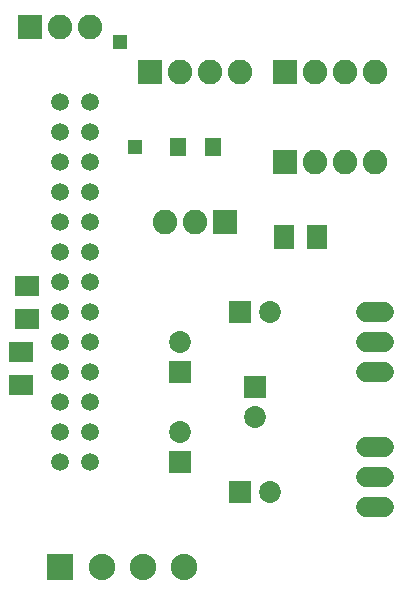
<source format=gts>
G75*
%MOIN*%
%OFA0B0*%
%FSLAX24Y24*%
%IPPOS*%
%LPD*%
%AMOC8*
5,1,8,0,0,1.08239X$1,22.5*
%
%ADD10C,0.0730*%
%ADD11R,0.0730X0.0730*%
%ADD12C,0.0680*%
%ADD13R,0.0880X0.0880*%
%ADD14C,0.0880*%
%ADD15R,0.0820X0.0820*%
%ADD16C,0.0820*%
%ADD17R,0.0552X0.0631*%
%ADD18R,0.0710X0.0789*%
%ADD19C,0.0595*%
%ADD20R,0.0789X0.0710*%
%ADD21R,0.0476X0.0476*%
D10*
X006200Y006600D03*
X006200Y009600D03*
X008700Y007100D03*
X009200Y004600D03*
X009200Y010600D03*
D11*
X008200Y010600D03*
X008700Y008100D03*
X008200Y004600D03*
X006200Y005600D03*
X006200Y008600D03*
D12*
X012400Y008600D02*
X013000Y008600D01*
X013000Y009600D02*
X012400Y009600D01*
X012400Y010600D02*
X013000Y010600D01*
X013000Y006100D02*
X012400Y006100D01*
X012400Y005100D02*
X013000Y005100D01*
X013000Y004100D02*
X012400Y004100D01*
D13*
X002200Y002100D03*
D14*
X003578Y002100D03*
X004956Y002100D03*
X006334Y002100D03*
D15*
X007700Y013600D03*
X009700Y015600D03*
X009700Y018600D03*
X005200Y018600D03*
X001200Y020100D03*
D16*
X002200Y020100D03*
X003200Y020100D03*
X006200Y018600D03*
X007200Y018600D03*
X008200Y018600D03*
X010700Y018600D03*
X011700Y018600D03*
X012700Y018600D03*
X012700Y015600D03*
X011700Y015600D03*
X010700Y015600D03*
X006700Y013600D03*
X005700Y013600D03*
D17*
X006109Y016100D03*
X007291Y016100D03*
D18*
X009649Y013100D03*
X010751Y013100D03*
D19*
X003200Y012600D03*
X003200Y011600D03*
X003200Y010600D03*
X003200Y009600D03*
X003200Y008600D03*
X003200Y007600D03*
X003200Y006600D03*
X003200Y005600D03*
X002200Y005600D03*
X002200Y006600D03*
X002200Y007600D03*
X002200Y008600D03*
X002200Y009600D03*
X002200Y010600D03*
X002200Y011600D03*
X002200Y012600D03*
X002200Y013600D03*
X002200Y014600D03*
X002200Y015600D03*
X002200Y016600D03*
X002200Y017600D03*
X003200Y017600D03*
X003200Y016600D03*
X003200Y015600D03*
X003200Y014600D03*
X003200Y013600D03*
D20*
X001100Y011451D03*
X001100Y010349D03*
X000900Y009251D03*
X000900Y008149D03*
D21*
X004700Y016100D03*
X004200Y019600D03*
M02*

</source>
